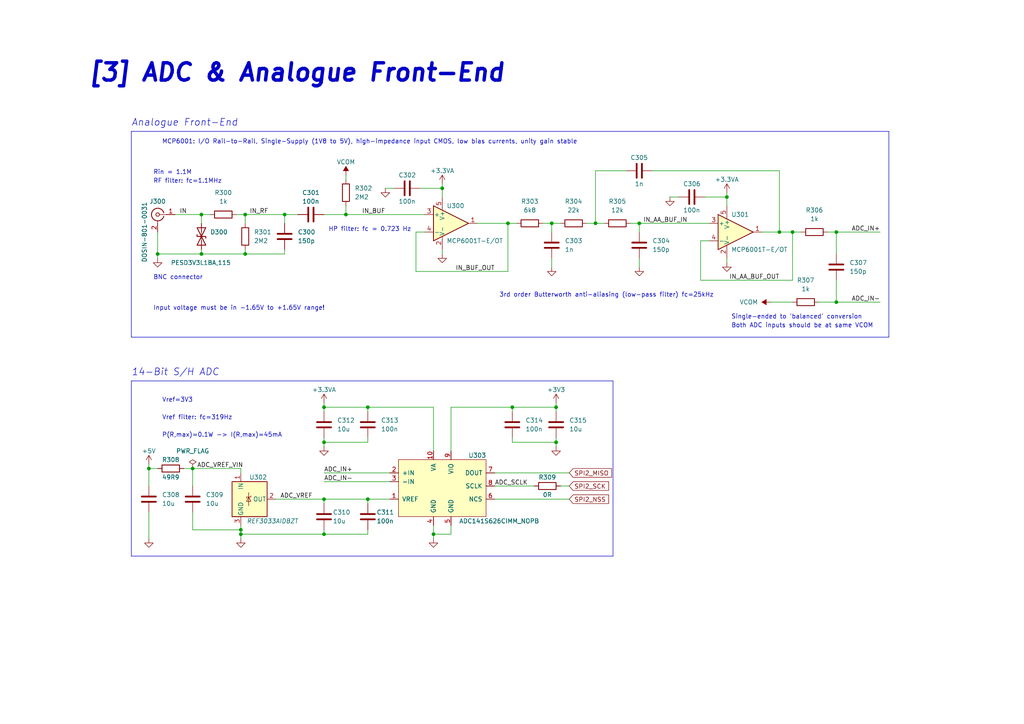
<source format=kicad_sch>
(kicad_sch (version 20230121) (generator eeschema)
  (paper "A4")
  (title_block (title "Mixed Signal PCB") (date "2024-04-14") (rev "1.0") (company "Ceyhun Pempeci"))
  (lib_symbols
    (symbol "+3.3VA_1" (power) (pin_names (offset 0))
      (property "Value" "+3.3VA_1" (at 0 3.556 0))
      (symbol "+3.3VA_1_0_1"
        (polyline (pts (xy -0.762 1.27) (xy 0 2.54)))
        (polyline (pts (xy 0 0) (xy 0 2.54)))
        (polyline (pts (xy 0 2.54) (xy 0.762 1.27)))
      )
      (symbol "+3.3VA_1_1_1"
        (pin power_in line (at 0 0 90) (length 0) hide (name "+3.3VA") (number "1"))
      )
    )
    (symbol "+3.3VA_2" (power) (pin_names (offset 0))
      (property "Value" "+3.3VA_2" (at 0 3.556 0))
      (symbol "+3.3VA_2_0_1"
        (polyline (pts (xy -0.762 1.27) (xy 0 2.54)))
        (polyline (pts (xy 0 0) (xy 0 2.54)))
        (polyline (pts (xy 0 2.54) (xy 0.762 1.27)))
      )
      (symbol "+3.3VA_2_1_1"
        (pin power_in line (at 0 0 90) (length 0) hide (name "+3.3VA") (number "1"))
      )
    )
    (symbol "Amplifier_Operational:MCP6001-OT" (pin_names (offset 0.127))
      (property "Reference" "U" (at -1.27 6.35 0))
      (property "Value" "MCP6001-OT" (at -1.27 3.81 0))
      (symbol "MCP6001-OT_0_1"
        (polyline (pts (xy -5.08 5.08) (xy 5.08 0) (xy -5.08 -5.08) (xy -5.08 5.08)) (stroke (width 0.254)) (fill (type background)))
        (pin power_in line (at -2.54 -7.62 90) (length 3.81) (name "V-") (number "2"))
        (pin power_in line (at -2.54 7.62 270) (length 3.81) (name "V+") (number "5"))
      )
      (symbol "MCP6001-OT_1_1"
        (pin output line (at 7.62 0 180) (length 2.54) (name "~") (number "1"))
        (pin input line (at -7.62 2.54 0) (length 2.54) (name "+") (number "3"))
        (pin input line (at -7.62 -2.54 0) (length 2.54) (name "-") (number "4"))
      )
    )
    (symbol "Connector:Conn_Coaxial" (pin_names (offset 1.016) hide)
      (property "Reference" "J" (at 0.254 3.048 0))
      (property "Value" "Conn_Coaxial" (at 2.921 0 90))
      (symbol "Conn_Coaxial_0_1"
        (arc (start -1.778 -0.508) (mid 0.222 -1.808) (end 1.778 0) (stroke (width 0.254)))
        (polyline (pts (xy -2.54 0) (xy -0.508 0)))
        (polyline (pts (xy 0 -2.54) (xy 0 -1.778)))
        (circle (center 0 0) (radius 0.508) (stroke (width 0.2032)))
        (arc (start 1.778 0) (mid 0.222 1.8083) (end -1.778 0.508) (stroke (width 0.254)))
      )
      (symbol "Conn_Coaxial_1_1"
        (pin passive line (at -5.08 0 0) (length 2.54) (name "In") (number "1"))
        (pin passive line (at 0 -5.08 90) (length 2.54) (name "Ext") (number "2"))
      )
    )
    (symbol "Device:C" (pin_numbers hide) (pin_names (offset 0.254))
      (property "Reference" "C" (at 0.635 2.54 0))
      (property "Value" "C" (at 0.635 -2.54 0))
      (symbol "C_0_1"
        (polyline (pts (xy -2.032 -0.762) (xy 2.032 -0.762)) (stroke (width 0.508)))
        (polyline (pts (xy -2.032 0.762) (xy 2.032 0.762)) (stroke (width 0.508)))
      )
      (symbol "C_1_1"
        (pin passive line (at 0 3.81 270) (length 2.794) (name "~") (number "1"))
        (pin passive line (at 0 -3.81 90) (length 2.794) (name "~") (number "2"))
      )
    )
    (symbol "Device:D_TVS" (pin_numbers hide) (pin_names (offset 1.016) hide)
      (property "Reference" "D" (at 0 2.54 0))
      (property "Value" "D_TVS" (at 0 -2.54 0))
      (symbol "D_TVS_0_1"
        (polyline (pts (xy 1.27 0) (xy -1.27 0)))
        (polyline (pts (xy 0.508 1.27) (xy 0 1.27) (xy 0 -1.27) (xy -0.508 -1.27)) (stroke (width 0.254)))
        (polyline (pts (xy -2.54 1.27) (xy -2.54 -1.27) (xy 2.54 1.27) (xy 2.54 -1.27) (xy -2.54 1.27)) (stroke (width 0.254)))
      )
      (symbol "D_TVS_1_1"
        (pin passive line (at -3.81 0 0) (length 2.54) (name "A1") (number "1"))
        (pin passive line (at 3.81 0 180) (length 2.54) (name "A2") (number "2"))
      )
    )
    (symbol "Device:R" (pin_numbers hide) (pin_names (offset 0))
      (property "Reference" "R" (at 2.032 0 90))
      (property "Value" "R" (at 0 0 90))
      (symbol "R_0_1"
        (rectangle (start -1.016 -2.54) (end 1.016 2.54) (stroke (width 0.254)))
      )
      (symbol "R_1_1"
        (pin passive line (at 0 3.81 270) (length 1.27) (name "~") (number "1"))
        (pin passive line (at 0 -3.81 90) (length 1.27) (name "~") (number "2"))
      )
    )
    (symbol "GND_1" (power) (pin_names (offset 0))
      (property "Value" "GND_1" (at 0 -3.81 0))
      (symbol "GND_1_0_1"
        (polyline (pts (xy 0 0) (xy 0 -1.27) (xy 1.27 -1.27) (xy 0 -2.54) (xy -1.27 -1.27) (xy 0 -1.27)))
      )
      (symbol "GND_1_1_1"
        (pin power_in line (at 0 0 270) (length 0) hide (name "GND") (number "1"))
      )
    )
    (symbol "GND_10" (power) (pin_names (offset 0))
      (property "Value" "GND_10" (at 0 -3.81 0))
      (symbol "GND_10_0_1"
        (polyline (pts (xy 0 0) (xy 0 -1.27) (xy 1.27 -1.27) (xy 0 -2.54) (xy -1.27 -1.27) (xy 0 -1.27)))
      )
      (symbol "GND_10_1_1"
        (pin power_in line (at 0 0 270) (length 0) hide (name "GND") (number "1"))
      )
    )
    (symbol "GND_11" (power) (pin_names (offset 0))
      (property "Value" "GND_11" (at 0 -3.81 0))
      (symbol "GND_11_0_1"
        (polyline (pts (xy 0 0) (xy 0 -1.27) (xy 1.27 -1.27) (xy 0 -2.54) (xy -1.27 -1.27) (xy 0 -1.27)))
      )
      (symbol "GND_11_1_1"
        (pin power_in line (at 0 0 270) (length 0) hide (name "GND") (number "1"))
      )
    )
    (symbol "GND_2" (power) (pin_names (offset 0))
      (property "Value" "GND_2" (at 0 -3.81 0))
      (symbol "GND_2_0_1"
        (polyline (pts (xy 0 0) (xy 0 -1.27) (xy 1.27 -1.27) (xy 0 -2.54) (xy -1.27 -1.27) (xy 0 -1.27)))
      )
      (symbol "GND_2_1_1"
        (pin power_in line (at 0 0 270) (length 0) hide (name "GND") (number "1"))
      )
    )
    (symbol "GND_3" (power) (pin_names (offset 0))
      (property "Value" "GND_3" (at 0 -3.81 0))
      (symbol "GND_3_0_1"
        (polyline (pts (xy 0 0) (xy 0 -1.27) (xy 1.27 -1.27) (xy 0 -2.54) (xy -1.27 -1.27) (xy 0 -1.27)))
      )
      (symbol "GND_3_1_1"
        (pin power_in line (at 0 0 270) (length 0) hide (name "GND") (number "1"))
      )
    )
    (symbol "GND_4" (power) (pin_names (offset 0))
      (property "Value" "GND_4" (at 0 -3.81 0))
      (symbol "GND_4_0_1"
        (polyline (pts (xy 0 0) (xy 0 -1.27) (xy 1.27 -1.27) (xy 0 -2.54) (xy -1.27 -1.27) (xy 0 -1.27)))
      )
      (symbol "GND_4_1_1"
        (pin power_in line (at 0 0 270) (length 0) hide (name "GND") (number "1"))
      )
    )
    (symbol "GND_5" (power) (pin_names (offset 0))
      (property "Value" "GND_5" (at 0 -3.81 0))
      (symbol "GND_5_0_1"
        (polyline (pts (xy 0 0) (xy 0 -1.27) (xy 1.27 -1.27) (xy 0 -2.54) (xy -1.27 -1.27) (xy 0 -1.27)))
      )
      (symbol "GND_5_1_1"
        (pin power_in line (at 0 0 270) (length 0) hide (name "GND") (number "1"))
      )
    )
    (symbol "GND_6" (power) (pin_names (offset 0))
      (property "Value" "GND_6" (at 0 -3.81 0))
      (symbol "GND_6_0_1"
        (polyline (pts (xy 0 0) (xy 0 -1.27) (xy 1.27 -1.27) (xy 0 -2.54) (xy -1.27 -1.27) (xy 0 -1.27)))
      )
      (symbol "GND_6_1_1"
        (pin power_in line (at 0 0 270) (length 0) hide (name "GND") (number "1"))
      )
    )
    (symbol "GND_7" (power) (pin_names (offset 0))
      (property "Value" "GND_7" (at 0 -3.81 0))
      (symbol "GND_7_0_1"
        (polyline (pts (xy 0 0) (xy 0 -1.27) (xy 1.27 -1.27) (xy 0 -2.54) (xy -1.27 -1.27) (xy 0 -1.27)))
      )
      (symbol "GND_7_1_1"
        (pin power_in line (at 0 0 270) (length 0) hide (name "GND") (number "1"))
      )
    )
    (symbol "GND_8" (power) (pin_names (offset 0))
      (property "Value" "GND_8" (at 0 -3.81 0))
      (symbol "GND_8_0_1"
        (polyline (pts (xy 0 0) (xy 0 -1.27) (xy 1.27 -1.27) (xy 0 -2.54) (xy -1.27 -1.27) (xy 0 -1.27)))
      )
      (symbol "GND_8_1_1"
        (pin power_in line (at 0 0 270) (length 0) hide (name "GND") (number "1"))
      )
    )
    (symbol "GND_9" (power) (pin_names (offset 0))
      (property "Value" "GND_9" (at 0 -3.81 0))
      (symbol "GND_9_0_1"
        (polyline (pts (xy 0 0) (xy 0 -1.27) (xy 1.27 -1.27) (xy 0 -2.54) (xy -1.27 -1.27) (xy 0 -1.27)))
      )
      (symbol "GND_9_1_1"
        (pin power_in line (at 0 0 270) (length 0) hide (name "GND") (number "1"))
      )
    )
    (symbol "PhilsLab-KiCad-Symbols:ADC141S626CIMM_NOPB" (pin_names (offset 1.016))
      (property "Reference" "U303" (at 10.16 10.16 0))
      (property "Value" "ADC141S626CIMM_NOPB" (at 16.51 -8.89 0))
      (symbol "ADC141S626CIMM_NOPB_0_0"
        (pin input line (at -15.24 -2.54 0) (length 2.54) (name "VREF") (number "1"))
        (pin power_in line (at -2.54 11.43 270) (length 2.54) (name "VA") (number "10"))
        (pin input line (at -15.24 5.08 0) (length 2.54) (name "+IN") (number "2"))
        (pin input line (at -15.24 2.54 0) (length 2.54) (name "-IN") (number "3"))
        (pin power_in line (at -2.54 -10.16 90) (length 2.54) (name "GND") (number "4"))
        (pin power_in line (at 2.54 -10.16 90) (length 2.54) (name "GND") (number "5"))
        (pin input line (at 15.24 -2.54 180) (length 2.54) (name "NCS") (number "6"))
        (pin output line (at 15.24 5.08 180) (length 2.54) (name "DOUT") (number "7"))
        (pin input line (at 15.24 1.27 180) (length 2.54) (name "SCLK") (number "8"))
        (pin power_in line (at 2.54 11.43 270) (length 2.54) (name "VIO") (number "9"))
      )
      (symbol "ADC141S626CIMM_NOPB_0_1"
        (rectangle (start -12.7 8.89) (end 12.7 -7.62) (fill (type background)))
      )
    )
    (symbol "Reference_Voltage:REF3033" (pin_names (offset 0.254))
      (property "Reference" "U" (at 0 6.35 0))
      (property "Value" "REF3033" (at 2.54 -6.35 0))
      (symbol "REF3033_0_1"
        (rectangle (start -5.08 5.08) (end 5.08 -5.08) (stroke (width 0.254)) (fill (type background)))
        (polyline (pts (xy -0.254 1.905) (xy -0.254 -1.905)))
        (polyline (pts (xy -0.889 -0.635) (xy 0.381 -0.635) (xy -0.254 0.635) (xy -0.889 -0.635)))
        (polyline (pts (xy 0.381 1.016) (xy 0.381 0.635) (xy -0.889 0.635) (xy -0.889 0.254)))
      )
      (symbol "REF3033_1_1"
        (pin power_in line (at -2.54 7.62 270) (length 2.54) (name "IN") (number "1"))
        (pin power_out line (at 7.62 0 180) (length 2.54) (name "OUT") (number "2"))
        (pin power_in line (at -2.54 -7.62 90) (length 2.54) (name "GND") (number "3"))
      )
    )
    (symbol "power:+3.3VA" (power) (pin_names (offset 0))
      (property "Value" "+3.3VA" (at 0 3.556 0))
      (symbol "+3.3VA_0_1"
        (polyline (pts (xy -0.762 1.27) (xy 0 2.54)))
        (polyline (pts (xy 0 0) (xy 0 2.54)))
        (polyline (pts (xy 0 2.54) (xy 0.762 1.27)))
      )
      (symbol "+3.3VA_1_1"
        (pin power_in line (at 0 0 90) (length 0) hide (name "+3.3VA") (number "1"))
      )
    )
    (symbol "power:+3V3" (power) (pin_names (offset 0))
      (property "Value" "+3V3" (at 0 3.556 0))
      (symbol "+3V3_0_1"
        (polyline (pts (xy -0.762 1.27) (xy 0 2.54)))
        (polyline (pts (xy 0 0) (xy 0 2.54)))
        (polyline (pts (xy 0 2.54) (xy 0.762 1.27)))
      )
      (symbol "+3V3_1_1"
        (pin power_in line (at 0 0 90) (length 0) hide (name "+3V3") (number "1"))
      )
    )
    (symbol "power:+5V" (power) (pin_names (offset 0))
      (property "Value" "+5V" (at 0 3.556 0))
      (symbol "+5V_0_1"
        (polyline (pts (xy -0.762 1.27) (xy 0 2.54)))
        (polyline (pts (xy 0 0) (xy 0 2.54)))
        (polyline (pts (xy 0 2.54) (xy 0.762 1.27)))
      )
      (symbol "+5V_1_1"
        (pin power_in line (at 0 0 90) (length 0) hide (name "+5V") (number "1"))
      )
    )
    (symbol "power:GND" (power) (pin_names (offset 0))
      (property "Value" "GND" (at 0 -3.81 0))
      (symbol "GND_0_1"
        (polyline (pts (xy 0 0) (xy 0 -1.27) (xy 1.27 -1.27) (xy 0 -2.54) (xy -1.27 -1.27) (xy 0 -1.27)))
      )
      (symbol "GND_1_1"
        (pin power_in line (at 0 0 270) (length 0) hide (name "GND") (number "1"))
      )
    )
    (symbol "power:PWR_FLAG" (power) (pin_numbers hide) (pin_names (offset 0) hide)
      (property "Value" "PWR_FLAG" (at 0 3.81 0))
      (symbol "PWR_FLAG_0_0"
        (pin power_out line (at 0 0 90) (length 0) (name "pwr") (number "1"))
      )
      (symbol "PWR_FLAG_0_1"
        (polyline (pts (xy 0 0) (xy 0 1.27) (xy -1.016 1.905) (xy 0 2.54) (xy 1.016 1.905) (xy 0 1.27)))
      )
    )
    (symbol "power:VCOM" (power) (pin_names (offset 0))
      (property "Value" "VCOM" (at 0 3.81 0))
      (symbol "VCOM_0_1"
        (polyline (pts (xy 0 0) (xy 0 2.54)))
        (polyline (pts (xy 0.762 1.27) (xy -0.762 1.27) (xy 0 2.54) (xy 0.762 1.27)) (fill (type outline)))
      )
      (symbol "VCOM_1_1"
        (pin power_in line (at 0 0 90) (length 0) hide (name "VCOM") (number "1"))
      )
    )
  )
  (junction (at 210.82 57.15))
  (junction (at 242.57 87.63))
  (junction (at 43.18 135.89))
  (junction (at 161.29 118.11))
  (junction (at 45.72 73.66))
  (junction (at 100.33 62.23))
  (junction (at 185.42 64.77))
  (junction (at 93.98 128.27))
  (junction (at 125.73 154.94))
  (junction (at 58.42 73.66))
  (junction (at 71.12 62.23))
  (junction (at 55.88 135.89))
  (junction (at 148.59 118.11))
  (junction (at 82.55 62.23))
  (junction (at 106.68 118.11))
  (junction (at 58.42 62.23))
  (junction (at 69.85 153.67))
  (junction (at 69.85 154.94))
  (junction (at 128.27 54.61))
  (junction (at 229.87 67.31))
  (junction (at 93.98 154.94))
  (junction (at 71.12 73.66))
  (junction (at 226.06 67.31))
  (junction (at 172.72 64.77))
  (junction (at 147.32 64.77))
  (junction (at 106.68 144.78))
  (junction (at 161.29 128.27))
  (junction (at 242.57 67.31))
  (junction (at 160.02 64.77))
  (junction (at 93.98 118.11))
  (junction (at 93.98 144.78))
  (wire (pts (xy 55.88 148.59) (xy 55.88 153.67)))
  (wire (pts (xy 120.65 78.74) (xy 147.32 78.74)))
  (wire (pts (xy 242.57 81.28) (xy 242.57 87.63)))
  (wire (pts (xy 71.12 62.23) (xy 82.55 62.23)))
  (wire (pts (xy 100.33 50.8) (xy 100.33 52.07)))
  (wire (pts (xy 128.27 73.66) (xy 128.27 72.39)))
  (wire (pts (xy 106.68 146.05) (xy 106.68 144.78)))
  (wire (pts (xy 43.18 140.97) (xy 43.18 135.89)))
  (wire (pts (xy 185.42 64.77) (xy 182.88 64.77)))
  (wire (pts (xy 172.72 49.53) (xy 181.61 49.53)))
  (wire (pts (xy 147.32 78.74) (xy 147.32 64.77)))
  (wire (pts (xy 71.12 62.23) (xy 68.58 62.23)))
  (wire (pts (xy 205.74 69.85) (xy 203.2 69.85)))
  (polyline (pts (xy 38.1 38.1) (xy 257.81 38.1)))
  (wire (pts (xy 162.56 64.77) (xy 160.02 64.77)))
  (wire (pts (xy 229.87 67.31) (xy 226.06 67.31)))
  (wire (pts (xy 58.42 73.66) (xy 71.12 73.66)))
  (wire (pts (xy 130.81 152.4) (xy 130.81 154.94)))
  (wire (pts (xy 203.2 69.85) (xy 203.2 81.28)))
  (wire (pts (xy 58.42 72.39) (xy 58.42 73.66)))
  (wire (pts (xy 123.19 67.31) (xy 120.65 67.31)))
  (wire (pts (xy 69.85 135.89) (xy 69.85 137.16)))
  (wire (pts (xy 93.98 154.94) (xy 69.85 154.94)))
  (wire (pts (xy 86.36 62.23) (xy 82.55 62.23)))
  (wire (pts (xy 58.42 62.23) (xy 60.96 62.23)))
  (wire (pts (xy 80.01 144.78) (xy 93.98 144.78)))
  (wire (pts (xy 71.12 64.77) (xy 71.12 62.23)))
  (wire (pts (xy 93.98 154.94) (xy 106.68 154.94)))
  (wire (pts (xy 143.51 144.78) (xy 165.1 144.78)))
  (wire (pts (xy 55.88 135.89) (xy 69.85 135.89)))
  (wire (pts (xy 71.12 73.66) (xy 71.12 72.39)))
  (wire (pts (xy 223.52 87.63) (xy 229.87 87.63)))
  (wire (pts (xy 161.29 116.84) (xy 161.29 118.11)))
  (wire (pts (xy 43.18 134.62) (xy 43.18 135.89)))
  (wire (pts (xy 255.27 67.31) (xy 242.57 67.31)))
  (wire (pts (xy 148.59 119.38) (xy 148.59 118.11)))
  (wire (pts (xy 160.02 74.93) (xy 160.02 77.47)))
  (wire (pts (xy 55.88 153.67) (xy 69.85 153.67)))
  (wire (pts (xy 69.85 153.67) (xy 69.85 154.94)))
  (wire (pts (xy 71.12 73.66) (xy 82.55 73.66)))
  (wire (pts (xy 55.88 140.97) (xy 55.88 135.89)))
  (wire (pts (xy 45.72 73.66) (xy 45.72 67.31)))
  (wire (pts (xy 210.82 57.15) (xy 210.82 55.88)))
  (wire (pts (xy 93.98 139.7) (xy 113.03 139.7)))
  (wire (pts (xy 43.18 135.89) (xy 45.72 135.89)))
  (wire (pts (xy 93.98 62.23) (xy 100.33 62.23)))
  (wire (pts (xy 172.72 64.77) (xy 172.72 49.53)))
  (wire (pts (xy 148.59 128.27) (xy 148.59 127)))
  (wire (pts (xy 45.72 74.93) (xy 45.72 73.66)))
  (wire (pts (xy 100.33 62.23) (xy 100.33 59.69)))
  (polyline (pts (xy 177.8 161.29) (xy 38.1 161.29)))
  (wire (pts (xy 160.02 67.31) (xy 160.02 64.77)))
  (wire (pts (xy 121.92 54.61) (xy 128.27 54.61)))
  (wire (pts (xy 125.73 156.21) (xy 125.73 154.94)))
  (wire (pts (xy 161.29 129.54) (xy 161.29 128.27)))
  (polyline (pts (xy 257.81 97.79) (xy 38.1 97.79)))
  (wire (pts (xy 143.51 137.16) (xy 165.1 137.16)))
  (wire (pts (xy 175.26 64.77) (xy 172.72 64.77)))
  (wire (pts (xy 154.94 140.97) (xy 143.51 140.97)))
  (wire (pts (xy 149.86 64.77) (xy 147.32 64.77)))
  (wire (pts (xy 58.42 64.77) (xy 58.42 62.23)))
  (wire (pts (xy 106.68 119.38) (xy 106.68 118.11)))
  (wire (pts (xy 106.68 154.94) (xy 106.68 153.67)))
  (wire (pts (xy 185.42 74.93) (xy 185.42 77.47)))
  (wire (pts (xy 226.06 67.31) (xy 220.98 67.31)))
  (wire (pts (xy 226.06 49.53) (xy 226.06 67.31)))
  (wire (pts (xy 113.03 137.16) (xy 93.98 137.16)))
  (wire (pts (xy 161.29 128.27) (xy 148.59 128.27)))
  (wire (pts (xy 93.98 128.27) (xy 106.68 128.27)))
  (wire (pts (xy 43.18 156.21) (xy 43.18 148.59)))
  (wire (pts (xy 161.29 128.27) (xy 161.29 127)))
  (wire (pts (xy 93.98 146.05) (xy 93.98 144.78)))
  (wire (pts (xy 93.98 118.11) (xy 106.68 118.11)))
  (wire (pts (xy 58.42 73.66) (xy 45.72 73.66)))
  (wire (pts (xy 232.41 67.31) (xy 229.87 67.31)))
  (wire (pts (xy 128.27 54.61) (xy 128.27 57.15)))
  (wire (pts (xy 204.47 57.15) (xy 210.82 57.15)))
  (polyline (pts (xy 38.1 110.49) (xy 177.8 110.49)))
  (wire (pts (xy 93.98 144.78) (xy 106.68 144.78)))
  (wire (pts (xy 229.87 81.28) (xy 229.87 67.31)))
  (wire (pts (xy 50.8 62.23) (xy 58.42 62.23)))
  (wire (pts (xy 172.72 64.77) (xy 170.18 64.77)))
  (polyline (pts (xy 257.81 38.1) (xy 257.81 97.79)))
  (wire (pts (xy 242.57 67.31) (xy 240.03 67.31)))
  (polyline (pts (xy 177.8 110.49) (xy 177.8 161.29)))
  (wire (pts (xy 100.33 62.23) (xy 123.19 62.23)))
  (wire (pts (xy 125.73 154.94) (xy 130.81 154.94)))
  (wire (pts (xy 205.74 64.77) (xy 185.42 64.77)))
  (wire (pts (xy 93.98 119.38) (xy 93.98 118.11)))
  (wire (pts (xy 130.81 118.11) (xy 130.81 130.81)))
  (wire (pts (xy 210.82 76.2) (xy 210.82 74.93)))
  (wire (pts (xy 161.29 119.38) (xy 161.29 118.11)))
  (wire (pts (xy 210.82 57.15) (xy 210.82 59.69)))
  (wire (pts (xy 120.65 67.31) (xy 120.65 78.74)))
  (polyline (pts (xy 38.1 110.49) (xy 38.1 161.29)))
  (wire (pts (xy 53.34 135.89) (xy 55.88 135.89)))
  (wire (pts (xy 255.27 87.63) (xy 242.57 87.63)))
  (wire (pts (xy 161.29 118.11) (xy 148.59 118.11)))
  (wire (pts (xy 93.98 118.11) (xy 93.98 116.84)))
  (wire (pts (xy 189.23 49.53) (xy 226.06 49.53)))
  (wire (pts (xy 165.1 140.97) (xy 162.56 140.97)))
  (wire (pts (xy 106.68 118.11) (xy 125.73 118.11)))
  (wire (pts (xy 194.31 57.15) (xy 196.85 57.15)))
  (wire (pts (xy 106.68 128.27) (xy 106.68 127)))
  (wire (pts (xy 93.98 154.94) (xy 93.98 153.67)))
  (wire (pts (xy 185.42 67.31) (xy 185.42 64.77)))
  (wire (pts (xy 93.98 129.54) (xy 93.98 128.27)))
  (wire (pts (xy 203.2 81.28) (xy 229.87 81.28)))
  (wire (pts (xy 147.32 64.77) (xy 138.43 64.77)))
  (polyline (pts (xy 38.1 97.79) (xy 38.1 38.1)))
  (wire (pts (xy 128.27 54.61) (xy 128.27 53.34)))
  (wire (pts (xy 69.85 152.4) (xy 69.85 153.67)))
  (wire (pts (xy 82.55 73.66) (xy 82.55 72.39)))
  (wire (pts (xy 148.59 118.11) (xy 130.81 118.11)))
  (wire (pts (xy 69.85 154.94) (xy 69.85 156.21)))
  (wire (pts (xy 242.57 87.63) (xy 237.49 87.63)))
  (wire (pts (xy 125.73 118.11) (xy 125.73 130.81)))
  (wire (pts (xy 82.55 64.77) (xy 82.55 62.23)))
  (wire (pts (xy 242.57 73.66) (xy 242.57 67.31)))
  (wire (pts (xy 160.02 64.77) (xy 157.48 64.77)))
  (wire (pts (xy 111.76 54.61) (xy 114.3 54.61)))
  (wire (pts (xy 93.98 128.27) (xy 93.98 127)))
  (wire (pts (xy 125.73 152.4) (xy 125.73 154.94)))
  (wire (pts (xy 106.68 144.78) (xy 113.03 144.78)))
  (text "HP filter: fc = 0.723 Hz" (at 95.25 67.31 0) (effects (font (size 1.27 1.27)) (justify left bottom)))
  (text "Both ADC inputs should be at same VCOM" (at 212.09 95.25 0) (effects (font (size 1.27 1.27)) (justify left bottom)))
  (text "BNC connector" (at 44.45 81.28 0) (effects (font (size 1.27 1.27)) (justify left bottom)))
  (text "Rin = 1.1M" (at 44.45 50.8 0) (effects (font (size 1.27 1.27)) (justify left bottom)))
  (text "14-Bit S/H ADC" (at 38.1 109.22 0) (effects (font (size 2.0066 2.0066) italic) (justify left bottom)))
  (text "Vref filter: fc=319Hz" (at 46.99 121.92 0) (effects (font (size 1.27 1.27)) (justify left bottom)))
  (text "Input voltage must be in -1.65V to +1.65V range!" (at 44.45 90.17 0) (effects (font (size 1.27 1.27)) (justify left bottom)))
  (text "Analogue Front-End" (at 38.1 36.83 0) (effects (font (size 2.0066 2.0066) italic) (justify left bottom)))
  (text "Single-ended to 'balanced' conversion" (at 212.09 92.71 0) (effects (font (size 1.27 1.27)) (justify left bottom)))
  (text "RF filter: fc=1.1MHz" (at 44.45 53.34 0) (effects (font (size 1.27 1.27)) (justify left bottom)))
  (text "3rd order Butterworth anti-aliasing (low-pass filter) fc=25kHz" (at 144.78 86.36 0) (effects (font (size 1.27 1.27)) (justify left bottom)))
  (text "MCP6001: I/O Rail-to-Rail, Single-Supply (1V8 to 5V), high-impedance input CMOS, low bias currents, unity gain stable" (at 46.99 41.91 0) (effects (font (size 1.27 1.27)) (justify left bottom)))
  (text "P(R,max)=0.1W -> I(R,max)=45mA" (at 46.99 127 0) (effects (font (size 1.27 1.27)) (justify left bottom)))
  (text "Vref=3V3" (at 46.99 116.84 0) (effects (font (size 1.27 1.27)) (justify left bottom)))
  (text "[3] ADC & Analogue Front-End" (at 25.4 24.13 0) (effects (font (size 5.0038 5.0038) (thickness 1.0008) bold italic) (justify left bottom)))
  (label "IN_RF" (at 72.39 62.23 0))
  (label "IN_BUF_OUT" (at 143.51 78.74 180))
  (label "ADC_IN-" (at 93.98 139.7 0))
  (label "ADC_IN+" (at 255.27 67.31 180))
  (label "IN_AA_BUF_IN" (at 199.39 64.77 180))
  (label "ADC_SCLK" (at 143.51 140.97 0))
  (label "ADC_VREF" (at 81.28 144.78 0))
  (label "ADC_IN-" (at 255.27 87.63 180))
  (label "IN_BUF" (at 111.76 62.23 180))
  (label "IN_AA_BUF_OUT" (at 226.06 81.28 180))
  (label "ADC_VREF_VIN" (at 57.15 135.89 0))
  (label "ADC_IN+" (at 93.98 137.16 0))
  (label "IN" (at 52.07 62.23 0))
  (global_label "SPI2_MISO" (shape input) (at 165.1 137.16 0) (property "Intersheetrefs" "${INTERSHEET_REFS}" (effects hide)))
  (global_label "SPI2_SCK" (shape input) (at 165.1 140.97 0) (property "Intersheetrefs" "${INTERSHEET_REFS}" (effects hide)))
  (global_label "SPI2_NSS" (shape input) (at 165.1 144.78 0) (property "Intersheetrefs" "${INTERSHEET_REFS}" (effects hide)))
  (symbol (lib_id "PhilsLab-KiCad-Symbols:ADC141S626CIMM_NOPB") (at 128.27 142.24 0) (unit 1)
    (property "Reference" "U303" (at 138.43 132.08 0))
    (property "Value" "ADC141S626CIMM_NOPB" (at 144.78 151.13 0))
    (property "Footprint" "ceyhun:VSSOP-10" (effects hide))
    (property "LCSC" "C206494" (effects hide))
  )
  (symbol (lib_id "power:+3V3") (at 161.29 116.84 0) (unit 1)
    (property "Reference" "#PWR053" (effects hide))
    (property "Value" "+3V3" (at 161.29 113.03 0))
  )
  (symbol (lib_id "Device:C") (at 148.59 123.19 0) (unit 1)
    (property "Reference" "C314" (at 152.4 121.92 0) (effects (justify left)))
    (property "Value" "100n" (at 152.4 124.46 0) (effects (justify left)))
    (property "Footprint" "Capacitor_SMD:C_0402_1005Metric" (effects hide))
    (property "LCSC" "C1525" (effects hide))
  )
  (symbol (lib_id "Device:R") (at 158.75 140.97 270) (unit 1)
    (property "Reference" "R309" (at 158.75 138.43 90))
    (property "Value" "0R" (at 158.75 143.51 90))
    (property "Footprint" "Resistor_SMD:R_0402_1005Metric" (effects hide))
    (property "LCSC" "C17168" (effects hide))
  )
  (symbol (lib_id "power:GND") (at 125.73 156.21 0) (unit 1)
    (property "Reference" "#PWR059" (effects hide))
    (property "Value" "GND" (effects hide))
  )
  (symbol (lib_id "Device:C") (at 161.29 123.19 0) (unit 1)
    (property "Reference" "C315" (at 165.1 121.92 0) (effects (justify left)))
    (property "Value" "10u" (at 165.1 124.46 0) (effects (justify left)))
    (property "Footprint" "Capacitor_SMD:C_0603_1608Metric" (effects hide))
    (property "LCSC" "C19702" (effects hide))
  )
  (symbol (lib_name "GND_11") (lib_id "power:GND") (at 161.29 129.54 0) (unit 1)
    (property "Reference" "#PWR055" (effects hide))
    (property "Value" "GND" (effects hide))
  )
  (symbol (lib_id "Device:C") (at 106.68 123.19 0) (unit 1)
    (property "Reference" "C313" (at 110.49 121.92 0) (effects (justify left)))
    (property "Value" "100n" (at 110.49 124.46 0) (effects (justify left)))
    (property "Footprint" "Capacitor_SMD:C_0402_1005Metric" (effects hide))
    (property "LCSC" "C1525" (effects hide))
  )
  (symbol (lib_id "Device:C") (at 93.98 123.19 0) (unit 1)
    (property "Reference" "C312" (at 97.79 121.92 0) (effects (justify left)))
    (property "Value" "10u" (at 97.79 124.46 0) (effects (justify left)))
    (property "Footprint" "Capacitor_SMD:C_0603_1608Metric" (effects hide))
    (property "LCSC" "C19702" (effects hide))
  )
  (symbol (lib_name "GND_10") (lib_id "power:GND") (at 93.98 129.54 0) (unit 1)
    (property "Reference" "#PWR054" (effects hide))
    (property "Value" "GND" (effects hide))
  )
  (symbol (lib_id "Device:C") (at 106.68 149.86 0) (unit 1)
    (property "Reference" "C311" (at 109.22 148.59 0) (effects (justify left)))
    (property "Value" "100n" (at 109.22 151.13 0) (effects (justify left)))
    (property "Footprint" "Capacitor_SMD:C_0402_1005Metric" (effects hide))
    (property "LCSC" "C1525" (effects hide))
  )
  (symbol (lib_id "Device:C") (at 93.98 149.86 0) (unit 1)
    (property "Reference" "C310" (at 96.52 148.59 0) (effects (justify left)))
    (property "Value" "10u" (at 96.52 151.13 0) (effects (justify left)))
    (property "Footprint" "Capacitor_SMD:C_0603_1608Metric" (effects hide))
    (property "LCSC" "C19702" (effects hide))
  )
  (symbol (lib_name "GND_9") (lib_id "power:GND") (at 69.85 156.21 0) (unit 1)
    (property "Reference" "#PWR058" (effects hide))
    (property "Value" "GND" (effects hide))
  )
  (symbol (lib_id "Amplifier_Operational:MCP6001-OT") (at 130.81 64.77 0) (unit 1)
    (property "Reference" "U300" (at 129.54 59.69 0) (effects (justify left)))
    (property "Value" "MCP6001T-E/OT" (at 129.54 69.85 0) (effects (justify left)))
    (property "Footprint" "Package_TO_SOT_SMD:SOT-23-5" (effects hide))
    (property "Datasheet" "http://ww1.microchip.com/downloads/en/DeviceDoc/21733j.pdf" (effects hide))
    (property "LCSC" "C29429" (effects hide))
  )
  (symbol (lib_id "Device:C") (at 118.11 54.61 270) (unit 1)
    (property "Reference" "C302" (at 115.57 50.8 90) (effects (justify left)))
    (property "Value" "100n" (at 115.57 58.42 90) (effects (justify left)))
    (property "Footprint" "Capacitor_SMD:C_0402_1005Metric" (effects hide))
    (property "LCSC" "C1525" (effects hide))
  )
  (symbol (lib_name "GND_8") (lib_id "power:GND") (at 128.27 73.66 0) (unit 1)
    (property "Reference" "#PWR046" (effects hide))
    (property "Value" "GND" (effects hide))
  )
  (symbol (lib_name "GND_7") (lib_id "power:GND") (at 111.76 54.61 0) (unit 1)
    (property "Reference" "#PWR043" (effects hide))
    (property "Value" "GND" (effects hide))
  )
  (symbol (lib_id "Device:R") (at 64.77 62.23 270) (unit 1)
    (property "Reference" "R300" (at 64.77 55.88 90))
    (property "Value" "1k" (at 64.77 58.42 90))
    (property "Footprint" "Resistor_SMD:R_0402_1005Metric" (effects hide))
    (property "LCSC" "C11702" (effects hide))
  )
  (symbol (lib_id "Device:R") (at 71.12 68.58 180) (unit 1)
    (property "Reference" "R301" (at 73.66 67.31 0) (effects (justify right)))
    (property "Value" "2M2" (at 73.66 69.85 0) (effects (justify right)))
    (property "Footprint" "Resistor_SMD:R_0402_1005Metric" (effects hide))
    (property "LCSC" "C274901" (effects hide))
  )
  (symbol (lib_id "Device:C") (at 82.55 68.58 0) (unit 1)
    (property "Reference" "C300" (at 86.36 67.31 0) (effects (justify left)))
    (property "Value" "150p" (at 86.36 69.85 0) (effects (justify left)))
    (property "Footprint" "Capacitor_SMD:C_0402_1005Metric" (effects hide))
    (property "LCSC" "C106998" (effects hide))
  )
  (symbol (lib_name "GND_6") (lib_id "power:GND") (at 45.72 74.93 0) (unit 1)
    (property "Reference" "#PWR047" (effects hide))
    (property "Value" "GND" (effects hide))
  )
  (symbol (lib_id "Device:C") (at 90.17 62.23 270) (unit 1)
    (property "Reference" "C301" (at 87.63 55.88 90) (effects (justify left)))
    (property "Value" "100n" (at 87.63 58.42 90) (effects (justify left)))
    (property "Footprint" "Capacitor_SMD:C_0402_1005Metric" (effects hide))
    (property "LCSC" "C1525" (effects hide))
  )
  (symbol (lib_id "Device:R") (at 100.33 55.88 180) (unit 1)
    (property "Reference" "R302" (at 102.87 54.61 0) (effects (justify right)))
    (property "Value" "2M2" (at 102.87 57.15 0) (effects (justify right)))
    (property "Footprint" "Resistor_SMD:R_0402_1005Metric" (effects hide))
    (property "LCSC" "C274901" (effects hide))
  )
  (symbol (lib_id "Amplifier_Operational:MCP6001-OT") (at 213.36 67.31 0) (unit 1)
    (property "Reference" "U301" (at 212.09 62.23 0) (effects (justify left)))
    (property "Value" "MCP6001T-E/OT" (at 212.09 72.39 0) (effects (justify left)))
    (property "Footprint" "Package_TO_SOT_SMD:SOT-23-5" (effects hide))
    (property "Datasheet" "http://ww1.microchip.com/downloads/en/DeviceDoc/21733j.pdf" (effects hide))
    (property "LCSC" "C29429" (effects hide))
  )
  (symbol (lib_id "Device:C") (at 200.66 57.15 270) (unit 1)
    (property "Reference" "C306" (at 198.12 53.34 90) (effects (justify left)))
    (property "Value" "100n" (at 198.12 60.96 90) (effects (justify left)))
    (property "Footprint" "Capacitor_SMD:C_0402_1005Metric" (effects hide))
    (property "LCSC" "C1525" (effects hide))
  )
  (symbol (lib_name "GND_5") (lib_id "power:GND") (at 210.82 76.2 0) (unit 1)
    (property "Reference" "#PWR048" (effects hide))
    (property "Value" "GND" (effects hide))
  )
  (symbol (lib_name "GND_4") (lib_id "power:GND") (at 194.31 57.15 0) (unit 1)
    (property "Reference" "#PWR045" (effects hide))
    (property "Value" "GND" (effects hide))
  )
  (symbol (lib_id "Device:R") (at 153.67 64.77 270) (unit 1)
    (property "Reference" "R303" (at 153.67 58.42 90))
    (property "Value" "6k8" (at 153.67 60.96 90))
    (property "Footprint" "Resistor_SMD:R_0402_1005Metric" (effects hide))
    (property "LCSC" "C25917" (effects hide))
  )
  (symbol (lib_id "Device:C") (at 160.02 71.12 0) (unit 1)
    (property "Reference" "C303" (at 163.83 69.85 0) (effects (justify left)))
    (property "Value" "1n" (at 163.83 72.39 0) (effects (justify left)))
    (property "Footprint" "Capacitor_SMD:C_0402_1005Metric" (effects hide))
    (property "LCSC" "C1523" (effects hide))
  )
  (symbol (lib_id "Device:R") (at 166.37 64.77 270) (unit 1)
    (property "Reference" "R304" (at 166.37 58.42 90))
    (property "Value" "22k" (at 166.37 60.96 90))
    (property "Footprint" "Resistor_SMD:R_0402_1005Metric" (effects hide))
    (property "LCSC" "C25768" (effects hide))
  )
  (symbol (lib_name "GND_3") (lib_id "power:GND") (at 160.02 77.47 0) (unit 1)
    (property "Reference" "#PWR049" (effects hide))
    (property "Value" "GND" (effects hide))
  )
  (symbol (lib_id "Device:R") (at 179.07 64.77 270) (unit 1)
    (property "Reference" "R305" (at 179.07 58.42 90))
    (property "Value" "12k" (at 179.07 60.96 90))
    (property "Footprint" "Resistor_SMD:R_0402_1005Metric" (effects hide))
    (property "LCSC" "C25752" (effects hide))
  )
  (symbol (lib_id "Device:C") (at 185.42 71.12 0) (unit 1)
    (property "Reference" "C304" (at 189.23 69.85 0) (effects (justify left)))
    (property "Value" "150p" (at 189.23 72.39 0) (effects (justify left)))
    (property "Footprint" "Capacitor_SMD:C_0402_1005Metric" (effects hide))
    (property "LCSC" "C106998" (effects hide))
  )
  (symbol (lib_id "Device:R") (at 236.22 67.31 270) (unit 1)
    (property "Reference" "R306" (at 236.22 60.96 90))
    (property "Value" "1k" (at 236.22 63.5 90))
    (property "Footprint" "Resistor_SMD:R_0402_1005Metric" (effects hide))
    (property "LCSC" "C11702" (effects hide))
  )
  (symbol (lib_id "Device:R") (at 233.68 87.63 270) (unit 1)
    (property "Reference" "R307" (at 233.68 81.28 90))
    (property "Value" "1k" (at 233.68 83.82 90))
    (property "Footprint" "Resistor_SMD:R_0402_1005Metric" (effects hide))
    (property "LCSC" "C11702" (effects hide))
  )
  (symbol (lib_id "Device:C") (at 242.57 77.47 0) (unit 1)
    (property "Reference" "C307" (at 246.38 76.2 0) (effects (justify left)))
    (property "Value" "150p" (at 246.38 78.74 0) (effects (justify left)))
    (property "Footprint" "Capacitor_SMD:C_0402_1005Metric" (effects hide))
    (property "LCSC" "C106998" (effects hide))
  )
  (symbol (lib_name "GND_2") (lib_id "power:GND") (at 185.42 77.47 0) (unit 1)
    (property "Reference" "#PWR050" (effects hide))
    (property "Value" "GND" (effects hide))
  )
  (symbol (lib_id "Device:D_TVS") (at 58.42 68.58 270) (unit 1)
    (property "Reference" "D300" (at 60.96 67.31 90) (effects (justify left)))
    (property "Value" "PESD3V3L1BA,115" (at 49.53 76.2 90) (effects (justify left)))
    (property "Footprint" "Diode_SMD:D_SOD-323" (effects hide))
    (property "LCSC" "C51450" (effects hide))
  )
  (symbol (lib_id "Connector:Conn_Coaxial") (at 45.72 62.23 0) (mirror y) (unit 1)
    (property "Reference" "J300" (at 45.72 58.42 0))
    (property "Value" "DOSIN-801-0031" (at 41.91 67.31 90))
    (property "Footprint" "ceyhun:AMPHENOL-BNC-031-5640-1010" (effects hide))
    (property "Datasheet" " ~" (effects hide))
    (property "LCSC" "C521205" (effects hide))
  )
  (symbol (lib_id "Reference_Voltage:REF3033") (at 72.39 144.78 0) (unit 1)
    (property "Reference" "U302" (at 77.47 138.43 0) (effects (justify right)))
    (property "Value" "REF3033AIDBZT" (at 86.36 151.13 0) (effects (font italic) (justify right)))
    (property "Footprint" "Package_TO_SOT_SMD:SOT-23" (effects hide))
    (property "Datasheet" "http://www.ti.com/lit/ds/symlink/ref3033.pdf" (effects hide))
    (property "LCSC" "C2872391" (effects hide))
  )
  (symbol (lib_id "Device:C") (at 55.88 144.78 0) (unit 1)
    (property "Reference" "C309" (at 59.69 143.51 0) (effects (justify left)))
    (property "Value" "10u" (at 59.69 146.05 0) (effects (justify left)))
    (property "Footprint" "Capacitor_SMD:C_0603_1608Metric" (effects hide))
    (property "LCSC" "C19702" (effects hide))
  )
  (symbol (lib_id "Device:R") (at 49.53 135.89 270) (unit 1)
    (property "Reference" "R308" (at 49.53 133.35 90))
    (property "Value" "49R9" (at 49.53 138.43 90))
    (property "Footprint" "Resistor_SMD:R_0402_1005Metric" (effects hide))
    (property "LCSC" "C25120" (effects hide))
  )
  (symbol (lib_id "Device:C") (at 43.18 144.78 0) (unit 1)
    (property "Reference" "C308" (at 46.99 143.51 0) (effects (justify left)))
    (property "Value" "10u" (at 46.99 146.05 0) (effects (justify left)))
    (property "Footprint" "Capacitor_SMD:C_0603_1608Metric" (effects hide))
    (property "LCSC" "C19702" (effects hide))
  )
  (symbol (lib_name "GND_1") (lib_id "power:GND") (at 43.18 156.21 0) (unit 1)
    (property "Reference" "#PWR057" (effects hide))
    (property "Value" "GND" (effects hide))
  )
  (symbol (lib_id "power:+5V") (at 43.18 134.62 0) (unit 1)
    (property "Reference" "#PWR056" (effects hide))
    (property "Value" "+5V" (at 43.18 130.81 0))
  )
  (symbol (lib_id "power:+3.3VA") (at 93.98 116.84 0) (unit 1)
    (property "Reference" "#PWR052" (effects hide))
    (property "Value" "+3.3VA" (at 93.98 113.03 0))
  )
  (symbol (lib_name "+3.3VA_2") (lib_id "power:+3.3VA") (at 128.27 53.34 0) (unit 1)
    (property "Reference" "#PWR042" (effects hide))
    (property "Value" "+3.3VA" (at 128.27 49.53 0))
  )
  (symbol (lib_name "+3.3VA_1") (lib_id "power:+3.3VA") (at 210.82 55.88 0) (unit 1)
    (property "Reference" "#PWR044" (effects hide))
    (property "Value" "+3.3VA" (at 210.82 52.07 0))
  )
  (symbol (lib_id "Device:C") (at 185.42 49.53 90) (unit 1)
    (property "Reference" "C305" (at 187.96 45.72 90) (effects (justify left)))
    (property "Value" "1n" (at 186.69 53.34 90) (effects (justify left)))
    (property "Footprint" "Capacitor_SMD:C_0402_1005Metric" (effects hide))
    (property "LCSC" "C1523" (effects hide))
  )
  (symbol (lib_id "power:VCOM") (at 223.52 87.63 90) (unit 1)
    (property "Reference" "#PWR051" (effects hide))
    (property "Value" "VCOM" (at 217.17 87.63 90))
  )
  (symbol (lib_id "power:PWR_FLAG") (at 55.88 135.89 0) (unit 1)
    (property "Reference" "#FLG03" (effects hide))
    (property "Value" "PWR_FLAG" (at 55.88 130.81 0))
  )
  (symbol (lib_id "power:VCOM") (at 100.33 50.8 0) (unit 1)
    (property "Reference" "#PWR041" (effects hide))
    (property "Value" "VCOM" (at 100.33 46.99 0))
  )
)
</source>
